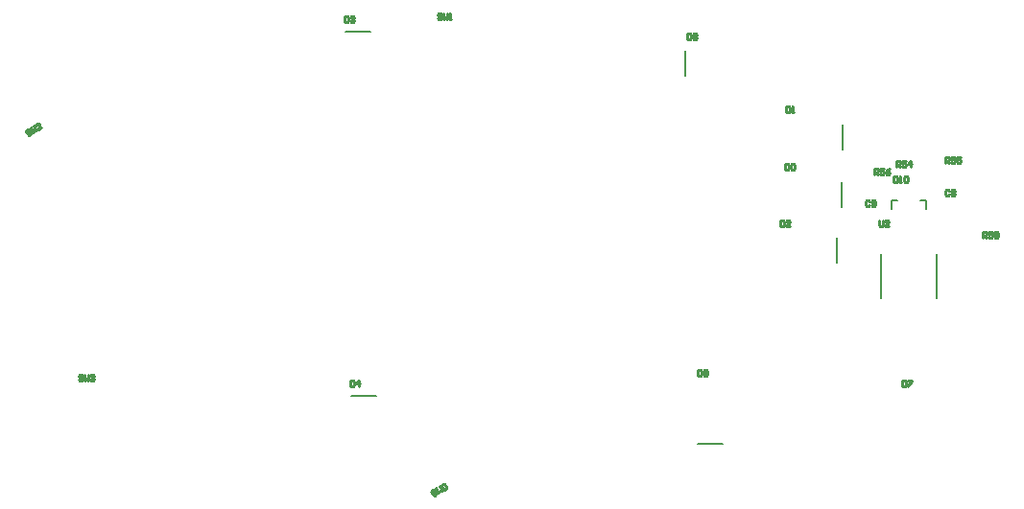
<source format=gto>
G04*
G04 #@! TF.GenerationSoftware,Altium Limited,Altium Designer,19.0.14 (431)*
G04*
G04 Layer_Color=65535*
%FSLAX25Y25*%
%MOIN*%
G70*
G01*
G75*
%ADD10C,0.00591*%
%ADD11C,0.01000*%
D10*
X174146Y16323D02*
Y31677D01*
X154854Y16323D02*
Y31677D01*
X170602Y47500D02*
Y50315D01*
X168437D02*
X170602D01*
X158398D02*
X160563D01*
X158398Y47500D02*
Y50315D01*
X91169Y-34126D02*
X99831D01*
X86816Y93669D02*
Y102331D01*
X139421Y28669D02*
Y37331D01*
X141421Y68169D02*
Y76831D01*
X141024Y48169D02*
Y56831D01*
X-29331Y-17476D02*
X-20669D01*
X-31331Y109024D02*
X-22669D01*
D11*
X-141065Y75094D02*
X-141520Y75216D01*
X-142097Y74882D01*
X-142219Y74427D01*
X-142053Y74139D01*
X-141597Y74017D01*
X-141020Y74350D01*
X-140565Y74228D01*
X-140399Y73939D01*
X-140521Y73484D01*
X-141098Y73151D01*
X-141553Y73273D01*
X-140654Y75715D02*
X-139655Y73984D01*
X-139411Y74894D01*
X-138500Y74650D01*
X-139500Y76382D01*
X-136769Y75650D02*
X-137923Y74984D01*
X-137435Y76804D01*
X-137602Y77093D01*
X-138057Y77215D01*
X-138634Y76882D01*
X-138756Y76427D01*
X190100Y37400D02*
Y39399D01*
X191100D01*
X191433Y39066D01*
Y38400D01*
X191100Y38066D01*
X190100D01*
X190767D02*
X191433Y37400D01*
X193432Y39399D02*
X192099D01*
Y38400D01*
X192766Y38733D01*
X193099D01*
X193432Y38400D01*
Y37733D01*
X193099Y37400D01*
X192433D01*
X192099Y37733D01*
X194099D02*
X194432Y37400D01*
X195098D01*
X195432Y37733D01*
Y39066D01*
X195098Y39399D01*
X194432D01*
X194099Y39066D01*
Y38733D01*
X194432Y38400D01*
X195432D01*
X-240Y-50290D02*
X-695Y-50168D01*
X-1272Y-50501D01*
X-1394Y-50956D01*
X-1227Y-51245D01*
X-772Y-51367D01*
X-195Y-51033D01*
X260Y-51155D01*
X427Y-51444D01*
X305Y-51899D01*
X-272Y-52232D01*
X-728Y-52110D01*
X171Y-49668D02*
X1171Y-51399D01*
X1414Y-50489D01*
X2325Y-50733D01*
X1325Y-49001D01*
X2069Y-48957D02*
X2191Y-48502D01*
X2768Y-48168D01*
X3223Y-48290D01*
X3890Y-49445D01*
X3768Y-49900D01*
X3191Y-50233D01*
X2736Y-50111D01*
X2069Y-48957D01*
X152600Y59400D02*
Y61399D01*
X153600D01*
X153933Y61066D01*
Y60400D01*
X153600Y60066D01*
X152600D01*
X153267D02*
X153933Y59400D01*
X155932Y61399D02*
X154599D01*
Y60400D01*
X155266Y60733D01*
X155599D01*
X155932Y60400D01*
Y59733D01*
X155599Y59400D01*
X154933D01*
X154599Y59733D01*
X157932Y61399D02*
X157265Y61066D01*
X156599Y60400D01*
Y59733D01*
X156932Y59400D01*
X157598D01*
X157932Y59733D01*
Y60066D01*
X157598Y60400D01*
X156599D01*
X177100Y63400D02*
Y65399D01*
X178100D01*
X178433Y65066D01*
Y64400D01*
X178100Y64066D01*
X177100D01*
X177767D02*
X178433Y63400D01*
X180432Y65399D02*
X179099D01*
Y64400D01*
X179766Y64733D01*
X180099D01*
X180432Y64400D01*
Y63733D01*
X180099Y63400D01*
X179433D01*
X179099Y63733D01*
X182432Y65399D02*
X181099D01*
Y64400D01*
X181765Y64733D01*
X182098D01*
X182432Y64400D01*
Y63733D01*
X182098Y63400D01*
X181432D01*
X181099Y63733D01*
X160147Y61900D02*
Y63899D01*
X161147D01*
X161480Y63566D01*
Y62900D01*
X161147Y62566D01*
X160147D01*
X160814D02*
X161480Y61900D01*
X163479Y63899D02*
X162147D01*
Y62900D01*
X162813Y63233D01*
X163146D01*
X163479Y62900D01*
Y62233D01*
X163146Y61900D01*
X162480D01*
X162147Y62233D01*
X165146Y61900D02*
Y63899D01*
X164146Y62900D01*
X165479D01*
X159100Y58599D02*
Y56600D01*
X160100D01*
X160433Y56933D01*
Y58266D01*
X160100Y58599D01*
X159100D01*
X161099Y56600D02*
X161766D01*
X161433D01*
Y58599D01*
X161099Y58266D01*
X162766D02*
X163099Y58599D01*
X163765D01*
X164098Y58266D01*
Y56933D01*
X163765Y56600D01*
X163099D01*
X162766Y56933D01*
Y58266D01*
X150933Y50066D02*
X150600Y50399D01*
X149933D01*
X149600Y50066D01*
Y48733D01*
X149933Y48400D01*
X150600D01*
X150933Y48733D01*
X151599D02*
X151933Y48400D01*
X152599D01*
X152932Y48733D01*
Y50066D01*
X152599Y50399D01*
X151933D01*
X151599Y50066D01*
Y49733D01*
X151933Y49400D01*
X152932D01*
X178433Y53566D02*
X178100Y53899D01*
X177433D01*
X177100Y53566D01*
Y52233D01*
X177433Y51900D01*
X178100D01*
X178433Y52233D01*
X179099Y53566D02*
X179433Y53899D01*
X180099D01*
X180432Y53566D01*
Y53233D01*
X180099Y52900D01*
X180432Y52566D01*
Y52233D01*
X180099Y51900D01*
X179433D01*
X179099Y52233D01*
Y52566D01*
X179433Y52900D01*
X179099Y53233D01*
Y53566D01*
X179433Y52900D02*
X180099D01*
X91000Y-8601D02*
Y-10600D01*
X92000D01*
X92333Y-10267D01*
Y-8934D01*
X92000Y-8601D01*
X91000D01*
X92999Y-10267D02*
X93333Y-10600D01*
X93999D01*
X94332Y-10267D01*
Y-8934D01*
X93999Y-8601D01*
X93333D01*
X92999Y-8934D01*
Y-9267D01*
X93333Y-9600D01*
X94332D01*
X87539Y108499D02*
Y106500D01*
X88539D01*
X88872Y106833D01*
Y108166D01*
X88539Y108499D01*
X87539D01*
X89538Y108166D02*
X89872Y108499D01*
X90538D01*
X90871Y108166D01*
Y107833D01*
X90538Y107500D01*
X90871Y107167D01*
Y106833D01*
X90538Y106500D01*
X89872D01*
X89538Y106833D01*
Y107167D01*
X89872Y107500D01*
X89538Y107833D01*
Y108166D01*
X89872Y107500D02*
X90538D01*
X-29500Y-12201D02*
Y-14200D01*
X-28500D01*
X-28167Y-13867D01*
Y-12534D01*
X-28500Y-12201D01*
X-29500D01*
X-26501Y-14200D02*
Y-12201D01*
X-27501Y-13200D01*
X-26168D01*
X-31550Y114349D02*
Y112350D01*
X-30550D01*
X-30217Y112683D01*
Y114016D01*
X-30550Y114349D01*
X-31550D01*
X-29551Y114016D02*
X-29217Y114349D01*
X-28551D01*
X-28218Y114016D01*
Y113683D01*
X-28551Y113350D01*
X-28884D01*
X-28551D01*
X-28218Y113016D01*
Y112683D01*
X-28551Y112350D01*
X-29217D01*
X-29551Y112683D01*
X119898Y43499D02*
Y41500D01*
X120897D01*
X121230Y41833D01*
Y43166D01*
X120897Y43499D01*
X119898D01*
X123230Y41500D02*
X121897D01*
X123230Y42833D01*
Y43166D01*
X122897Y43499D01*
X122230D01*
X121897Y43166D01*
X121898Y82999D02*
Y81000D01*
X122897D01*
X123231Y81333D01*
Y82666D01*
X122897Y82999D01*
X121898D01*
X123897Y81000D02*
X124563D01*
X124230D01*
Y82999D01*
X123897Y82666D01*
X121502Y62999D02*
Y61000D01*
X122502D01*
X122835Y61333D01*
Y62666D01*
X122502Y62999D01*
X121502D01*
X123502Y62666D02*
X123835Y62999D01*
X124501D01*
X124835Y62666D01*
Y61333D01*
X124501Y61000D01*
X123835D01*
X123502Y61333D01*
Y62666D01*
X154000Y43499D02*
Y41833D01*
X154333Y41500D01*
X155000D01*
X155333Y41833D01*
Y43499D01*
X157332Y41500D02*
X155999D01*
X157332Y42833D01*
Y43166D01*
X156999Y43499D01*
X156333D01*
X155999Y43166D01*
X-122367Y-10480D02*
X-122700Y-10147D01*
X-123367D01*
X-123700Y-10480D01*
Y-10813D01*
X-123367Y-11146D01*
X-122700D01*
X-122367Y-11480D01*
Y-11813D01*
X-122700Y-12146D01*
X-123367D01*
X-123700Y-11813D01*
X-121701Y-10147D02*
Y-12146D01*
X-121034Y-11480D01*
X-120368Y-12146D01*
Y-10147D01*
X-119701Y-10480D02*
X-119368Y-10147D01*
X-118702D01*
X-118368Y-10480D01*
Y-10813D01*
X-118702Y-11146D01*
X-119035D01*
X-118702D01*
X-118368Y-11480D01*
Y-11813D01*
X-118702Y-12146D01*
X-119368D01*
X-119701Y-11813D01*
X2133Y115066D02*
X1800Y115399D01*
X1133D01*
X800Y115066D01*
Y114733D01*
X1133Y114400D01*
X1800D01*
X2133Y114067D01*
Y113733D01*
X1800Y113400D01*
X1133D01*
X800Y113733D01*
X2799Y115399D02*
Y113400D01*
X3466Y114067D01*
X4132Y113400D01*
Y115399D01*
X4799Y113400D02*
X5465D01*
X5132D01*
Y115399D01*
X4799Y115066D01*
X162200Y-12430D02*
Y-14429D01*
X163200D01*
X163533Y-14096D01*
Y-12763D01*
X163200Y-12430D01*
X162200D01*
X164199D02*
X165532D01*
Y-12763D01*
X164199Y-14096D01*
Y-14429D01*
M02*

</source>
